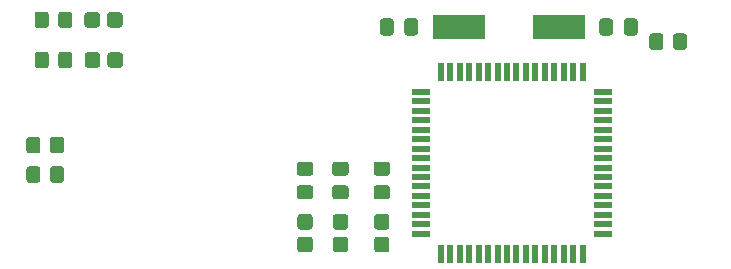
<source format=gbr>
%TF.GenerationSoftware,KiCad,Pcbnew,(5.1.9)-1*%
%TF.CreationDate,2021-04-12T22:32:52+10:00*%
%TF.ProjectId,FlightBridgePCB,466c6967-6874-4427-9269-646765504342,rev?*%
%TF.SameCoordinates,Original*%
%TF.FileFunction,Paste,Top*%
%TF.FilePolarity,Positive*%
%FSLAX46Y46*%
G04 Gerber Fmt 4.6, Leading zero omitted, Abs format (unit mm)*
G04 Created by KiCad (PCBNEW (5.1.9)-1) date 2021-04-12 22:32:52*
%MOMM*%
%LPD*%
G01*
G04 APERTURE LIST*
%ADD10R,0.550000X1.500000*%
%ADD11R,1.500000X0.550000*%
%ADD12R,4.500000X2.000000*%
G04 APERTURE END LIST*
D10*
%TO.C,U1*%
X164500000Y-96200000D03*
X163700000Y-96200000D03*
X162900000Y-96200000D03*
X162100000Y-96200000D03*
X161300000Y-96200000D03*
X160500000Y-96200000D03*
X159700000Y-96200000D03*
X158900000Y-96200000D03*
X158100000Y-96200000D03*
X157300000Y-96200000D03*
X156500000Y-96200000D03*
X155700000Y-96200000D03*
X154900000Y-96200000D03*
X154100000Y-96200000D03*
X153300000Y-96200000D03*
X152500000Y-96200000D03*
D11*
X150800000Y-94500000D03*
X150800000Y-93700000D03*
X150800000Y-92900000D03*
X150800000Y-92100000D03*
X150800000Y-91300000D03*
X150800000Y-90500000D03*
X150800000Y-89700000D03*
X150800000Y-88900000D03*
X150800000Y-88100000D03*
X150800000Y-87300000D03*
X150800000Y-86500000D03*
X150800000Y-85700000D03*
X150800000Y-84900000D03*
X150800000Y-84100000D03*
X150800000Y-83300000D03*
X150800000Y-82500000D03*
D10*
X152500000Y-80800000D03*
X153300000Y-80800000D03*
X154100000Y-80800000D03*
X154900000Y-80800000D03*
X155700000Y-80800000D03*
X156500000Y-80800000D03*
X157300000Y-80800000D03*
X158100000Y-80800000D03*
X158900000Y-80800000D03*
X159700000Y-80800000D03*
X160500000Y-80800000D03*
X161300000Y-80800000D03*
X162100000Y-80800000D03*
X162900000Y-80800000D03*
X163700000Y-80800000D03*
X164500000Y-80800000D03*
D11*
X166200000Y-82500000D03*
X166200000Y-83300000D03*
X166200000Y-84100000D03*
X166200000Y-84900000D03*
X166200000Y-85700000D03*
X166200000Y-86500000D03*
X166200000Y-87300000D03*
X166200000Y-88100000D03*
X166200000Y-88900000D03*
X166200000Y-89700000D03*
X166200000Y-90500000D03*
X166200000Y-91300000D03*
X166200000Y-92100000D03*
X166200000Y-92900000D03*
X166200000Y-93700000D03*
X166200000Y-94500000D03*
%TD*%
%TO.C,R8*%
G36*
G01*
X118600000Y-89049999D02*
X118600000Y-89950001D01*
G75*
G02*
X118350001Y-90200000I-249999J0D01*
G01*
X117649999Y-90200000D01*
G75*
G02*
X117400000Y-89950001I0J249999D01*
G01*
X117400000Y-89049999D01*
G75*
G02*
X117649999Y-88800000I249999J0D01*
G01*
X118350001Y-88800000D01*
G75*
G02*
X118600000Y-89049999I0J-249999D01*
G01*
G37*
G36*
G01*
X120600000Y-89049999D02*
X120600000Y-89950001D01*
G75*
G02*
X120350001Y-90200000I-249999J0D01*
G01*
X119649999Y-90200000D01*
G75*
G02*
X119400000Y-89950001I0J249999D01*
G01*
X119400000Y-89049999D01*
G75*
G02*
X119649999Y-88800000I249999J0D01*
G01*
X120350001Y-88800000D01*
G75*
G02*
X120600000Y-89049999I0J-249999D01*
G01*
G37*
%TD*%
%TO.C,R7*%
G36*
G01*
X119400000Y-87450001D02*
X119400000Y-86549999D01*
G75*
G02*
X119649999Y-86300000I249999J0D01*
G01*
X120350001Y-86300000D01*
G75*
G02*
X120600000Y-86549999I0J-249999D01*
G01*
X120600000Y-87450001D01*
G75*
G02*
X120350001Y-87700000I-249999J0D01*
G01*
X119649999Y-87700000D01*
G75*
G02*
X119400000Y-87450001I0J249999D01*
G01*
G37*
G36*
G01*
X117400000Y-87450001D02*
X117400000Y-86549999D01*
G75*
G02*
X117649999Y-86300000I249999J0D01*
G01*
X118350001Y-86300000D01*
G75*
G02*
X118600000Y-86549999I0J-249999D01*
G01*
X118600000Y-87450001D01*
G75*
G02*
X118350001Y-87700000I-249999J0D01*
G01*
X117649999Y-87700000D01*
G75*
G02*
X117400000Y-87450001I0J249999D01*
G01*
G37*
%TD*%
%TO.C,R6*%
G36*
G01*
X120100000Y-80250001D02*
X120100000Y-79349999D01*
G75*
G02*
X120349999Y-79100000I249999J0D01*
G01*
X121050001Y-79100000D01*
G75*
G02*
X121300000Y-79349999I0J-249999D01*
G01*
X121300000Y-80250001D01*
G75*
G02*
X121050001Y-80500000I-249999J0D01*
G01*
X120349999Y-80500000D01*
G75*
G02*
X120100000Y-80250001I0J249999D01*
G01*
G37*
G36*
G01*
X118100000Y-80250001D02*
X118100000Y-79349999D01*
G75*
G02*
X118349999Y-79100000I249999J0D01*
G01*
X119050001Y-79100000D01*
G75*
G02*
X119300000Y-79349999I0J-249999D01*
G01*
X119300000Y-80250001D01*
G75*
G02*
X119050001Y-80500000I-249999J0D01*
G01*
X118349999Y-80500000D01*
G75*
G02*
X118100000Y-80250001I0J249999D01*
G01*
G37*
%TD*%
%TO.C,R5*%
G36*
G01*
X120100000Y-76850001D02*
X120100000Y-75949999D01*
G75*
G02*
X120349999Y-75700000I249999J0D01*
G01*
X121050001Y-75700000D01*
G75*
G02*
X121300000Y-75949999I0J-249999D01*
G01*
X121300000Y-76850001D01*
G75*
G02*
X121050001Y-77100000I-249999J0D01*
G01*
X120349999Y-77100000D01*
G75*
G02*
X120100000Y-76850001I0J249999D01*
G01*
G37*
G36*
G01*
X118100000Y-76850001D02*
X118100000Y-75949999D01*
G75*
G02*
X118349999Y-75700000I249999J0D01*
G01*
X119050001Y-75700000D01*
G75*
G02*
X119300000Y-75949999I0J-249999D01*
G01*
X119300000Y-76850001D01*
G75*
G02*
X119050001Y-77100000I-249999J0D01*
G01*
X118349999Y-77100000D01*
G75*
G02*
X118100000Y-76850001I0J249999D01*
G01*
G37*
%TD*%
%TO.C,R4*%
G36*
G01*
X147049999Y-90400000D02*
X147950001Y-90400000D01*
G75*
G02*
X148200000Y-90649999I0J-249999D01*
G01*
X148200000Y-91350001D01*
G75*
G02*
X147950001Y-91600000I-249999J0D01*
G01*
X147049999Y-91600000D01*
G75*
G02*
X146800000Y-91350001I0J249999D01*
G01*
X146800000Y-90649999D01*
G75*
G02*
X147049999Y-90400000I249999J0D01*
G01*
G37*
G36*
G01*
X147049999Y-88400000D02*
X147950001Y-88400000D01*
G75*
G02*
X148200000Y-88649999I0J-249999D01*
G01*
X148200000Y-89350001D01*
G75*
G02*
X147950001Y-89600000I-249999J0D01*
G01*
X147049999Y-89600000D01*
G75*
G02*
X146800000Y-89350001I0J249999D01*
G01*
X146800000Y-88649999D01*
G75*
G02*
X147049999Y-88400000I249999J0D01*
G01*
G37*
%TD*%
%TO.C,R3*%
G36*
G01*
X143549999Y-90400000D02*
X144450001Y-90400000D01*
G75*
G02*
X144700000Y-90649999I0J-249999D01*
G01*
X144700000Y-91350001D01*
G75*
G02*
X144450001Y-91600000I-249999J0D01*
G01*
X143549999Y-91600000D01*
G75*
G02*
X143300000Y-91350001I0J249999D01*
G01*
X143300000Y-90649999D01*
G75*
G02*
X143549999Y-90400000I249999J0D01*
G01*
G37*
G36*
G01*
X143549999Y-88400000D02*
X144450001Y-88400000D01*
G75*
G02*
X144700000Y-88649999I0J-249999D01*
G01*
X144700000Y-89350001D01*
G75*
G02*
X144450001Y-89600000I-249999J0D01*
G01*
X143549999Y-89600000D01*
G75*
G02*
X143300000Y-89350001I0J249999D01*
G01*
X143300000Y-88649999D01*
G75*
G02*
X143549999Y-88400000I249999J0D01*
G01*
G37*
%TD*%
%TO.C,R2*%
G36*
G01*
X140549999Y-90400000D02*
X141450001Y-90400000D01*
G75*
G02*
X141700000Y-90649999I0J-249999D01*
G01*
X141700000Y-91350001D01*
G75*
G02*
X141450001Y-91600000I-249999J0D01*
G01*
X140549999Y-91600000D01*
G75*
G02*
X140300000Y-91350001I0J249999D01*
G01*
X140300000Y-90649999D01*
G75*
G02*
X140549999Y-90400000I249999J0D01*
G01*
G37*
G36*
G01*
X140549999Y-88400000D02*
X141450001Y-88400000D01*
G75*
G02*
X141700000Y-88649999I0J-249999D01*
G01*
X141700000Y-89350001D01*
G75*
G02*
X141450001Y-89600000I-249999J0D01*
G01*
X140549999Y-89600000D01*
G75*
G02*
X140300000Y-89350001I0J249999D01*
G01*
X140300000Y-88649999D01*
G75*
G02*
X140549999Y-88400000I249999J0D01*
G01*
G37*
%TD*%
%TO.C,D5*%
G36*
G01*
X123662500Y-79400000D02*
X123662500Y-80200000D01*
G75*
G02*
X123412500Y-80450000I-250000J0D01*
G01*
X122587500Y-80450000D01*
G75*
G02*
X122337500Y-80200000I0J250000D01*
G01*
X122337500Y-79400000D01*
G75*
G02*
X122587500Y-79150000I250000J0D01*
G01*
X123412500Y-79150000D01*
G75*
G02*
X123662500Y-79400000I0J-250000D01*
G01*
G37*
G36*
G01*
X125587500Y-79400000D02*
X125587500Y-80200000D01*
G75*
G02*
X125337500Y-80450000I-250000J0D01*
G01*
X124512500Y-80450000D01*
G75*
G02*
X124262500Y-80200000I0J250000D01*
G01*
X124262500Y-79400000D01*
G75*
G02*
X124512500Y-79150000I250000J0D01*
G01*
X125337500Y-79150000D01*
G75*
G02*
X125587500Y-79400000I0J-250000D01*
G01*
G37*
%TD*%
%TO.C,D4*%
G36*
G01*
X123637500Y-76000000D02*
X123637500Y-76800000D01*
G75*
G02*
X123387500Y-77050000I-250000J0D01*
G01*
X122562500Y-77050000D01*
G75*
G02*
X122312500Y-76800000I0J250000D01*
G01*
X122312500Y-76000000D01*
G75*
G02*
X122562500Y-75750000I250000J0D01*
G01*
X123387500Y-75750000D01*
G75*
G02*
X123637500Y-76000000I0J-250000D01*
G01*
G37*
G36*
G01*
X125562500Y-76000000D02*
X125562500Y-76800000D01*
G75*
G02*
X125312500Y-77050000I-250000J0D01*
G01*
X124487500Y-77050000D01*
G75*
G02*
X124237500Y-76800000I0J250000D01*
G01*
X124237500Y-76000000D01*
G75*
G02*
X124487500Y-75750000I250000J0D01*
G01*
X125312500Y-75750000D01*
G75*
G02*
X125562500Y-76000000I0J-250000D01*
G01*
G37*
%TD*%
%TO.C,D3*%
G36*
G01*
X147900000Y-94162500D02*
X147100000Y-94162500D01*
G75*
G02*
X146850000Y-93912500I0J250000D01*
G01*
X146850000Y-93087500D01*
G75*
G02*
X147100000Y-92837500I250000J0D01*
G01*
X147900000Y-92837500D01*
G75*
G02*
X148150000Y-93087500I0J-250000D01*
G01*
X148150000Y-93912500D01*
G75*
G02*
X147900000Y-94162500I-250000J0D01*
G01*
G37*
G36*
G01*
X147900000Y-96087500D02*
X147100000Y-96087500D01*
G75*
G02*
X146850000Y-95837500I0J250000D01*
G01*
X146850000Y-95012500D01*
G75*
G02*
X147100000Y-94762500I250000J0D01*
G01*
X147900000Y-94762500D01*
G75*
G02*
X148150000Y-95012500I0J-250000D01*
G01*
X148150000Y-95837500D01*
G75*
G02*
X147900000Y-96087500I-250000J0D01*
G01*
G37*
%TD*%
%TO.C,D2*%
G36*
G01*
X144400000Y-94162500D02*
X143600000Y-94162500D01*
G75*
G02*
X143350000Y-93912500I0J250000D01*
G01*
X143350000Y-93087500D01*
G75*
G02*
X143600000Y-92837500I250000J0D01*
G01*
X144400000Y-92837500D01*
G75*
G02*
X144650000Y-93087500I0J-250000D01*
G01*
X144650000Y-93912500D01*
G75*
G02*
X144400000Y-94162500I-250000J0D01*
G01*
G37*
G36*
G01*
X144400000Y-96087500D02*
X143600000Y-96087500D01*
G75*
G02*
X143350000Y-95837500I0J250000D01*
G01*
X143350000Y-95012500D01*
G75*
G02*
X143600000Y-94762500I250000J0D01*
G01*
X144400000Y-94762500D01*
G75*
G02*
X144650000Y-95012500I0J-250000D01*
G01*
X144650000Y-95837500D01*
G75*
G02*
X144400000Y-96087500I-250000J0D01*
G01*
G37*
%TD*%
%TO.C,D1*%
G36*
G01*
X141400000Y-94162500D02*
X140600000Y-94162500D01*
G75*
G02*
X140350000Y-93912500I0J250000D01*
G01*
X140350000Y-93087500D01*
G75*
G02*
X140600000Y-92837500I250000J0D01*
G01*
X141400000Y-92837500D01*
G75*
G02*
X141650000Y-93087500I0J-250000D01*
G01*
X141650000Y-93912500D01*
G75*
G02*
X141400000Y-94162500I-250000J0D01*
G01*
G37*
G36*
G01*
X141400000Y-96087500D02*
X140600000Y-96087500D01*
G75*
G02*
X140350000Y-95837500I0J250000D01*
G01*
X140350000Y-95012500D01*
G75*
G02*
X140600000Y-94762500I250000J0D01*
G01*
X141400000Y-94762500D01*
G75*
G02*
X141650000Y-95012500I0J-250000D01*
G01*
X141650000Y-95837500D01*
G75*
G02*
X141400000Y-96087500I-250000J0D01*
G01*
G37*
%TD*%
D12*
%TO.C,Y1*%
X162500000Y-77000000D03*
X154000000Y-77000000D03*
%TD*%
%TO.C,R1*%
G36*
G01*
X172150000Y-78700001D02*
X172150000Y-77799999D01*
G75*
G02*
X172399999Y-77550000I249999J0D01*
G01*
X173100001Y-77550000D01*
G75*
G02*
X173350000Y-77799999I0J-249999D01*
G01*
X173350000Y-78700001D01*
G75*
G02*
X173100001Y-78950000I-249999J0D01*
G01*
X172399999Y-78950000D01*
G75*
G02*
X172150000Y-78700001I0J249999D01*
G01*
G37*
G36*
G01*
X170150000Y-78700001D02*
X170150000Y-77799999D01*
G75*
G02*
X170399999Y-77550000I249999J0D01*
G01*
X171100001Y-77550000D01*
G75*
G02*
X171350000Y-77799999I0J-249999D01*
G01*
X171350000Y-78700001D01*
G75*
G02*
X171100001Y-78950000I-249999J0D01*
G01*
X170399999Y-78950000D01*
G75*
G02*
X170150000Y-78700001I0J249999D01*
G01*
G37*
%TD*%
%TO.C,C2*%
G36*
G01*
X167087500Y-76525000D02*
X167087500Y-77475000D01*
G75*
G02*
X166837500Y-77725000I-250000J0D01*
G01*
X166162500Y-77725000D01*
G75*
G02*
X165912500Y-77475000I0J250000D01*
G01*
X165912500Y-76525000D01*
G75*
G02*
X166162500Y-76275000I250000J0D01*
G01*
X166837500Y-76275000D01*
G75*
G02*
X167087500Y-76525000I0J-250000D01*
G01*
G37*
G36*
G01*
X169162500Y-76525000D02*
X169162500Y-77475000D01*
G75*
G02*
X168912500Y-77725000I-250000J0D01*
G01*
X168237500Y-77725000D01*
G75*
G02*
X167987500Y-77475000I0J250000D01*
G01*
X167987500Y-76525000D01*
G75*
G02*
X168237500Y-76275000I250000J0D01*
G01*
X168912500Y-76275000D01*
G75*
G02*
X169162500Y-76525000I0J-250000D01*
G01*
G37*
%TD*%
%TO.C,C1*%
G36*
G01*
X148512500Y-76525000D02*
X148512500Y-77475000D01*
G75*
G02*
X148262500Y-77725000I-250000J0D01*
G01*
X147587500Y-77725000D01*
G75*
G02*
X147337500Y-77475000I0J250000D01*
G01*
X147337500Y-76525000D01*
G75*
G02*
X147587500Y-76275000I250000J0D01*
G01*
X148262500Y-76275000D01*
G75*
G02*
X148512500Y-76525000I0J-250000D01*
G01*
G37*
G36*
G01*
X150587500Y-76525000D02*
X150587500Y-77475000D01*
G75*
G02*
X150337500Y-77725000I-250000J0D01*
G01*
X149662500Y-77725000D01*
G75*
G02*
X149412500Y-77475000I0J250000D01*
G01*
X149412500Y-76525000D01*
G75*
G02*
X149662500Y-76275000I250000J0D01*
G01*
X150337500Y-76275000D01*
G75*
G02*
X150587500Y-76525000I0J-250000D01*
G01*
G37*
%TD*%
M02*

</source>
